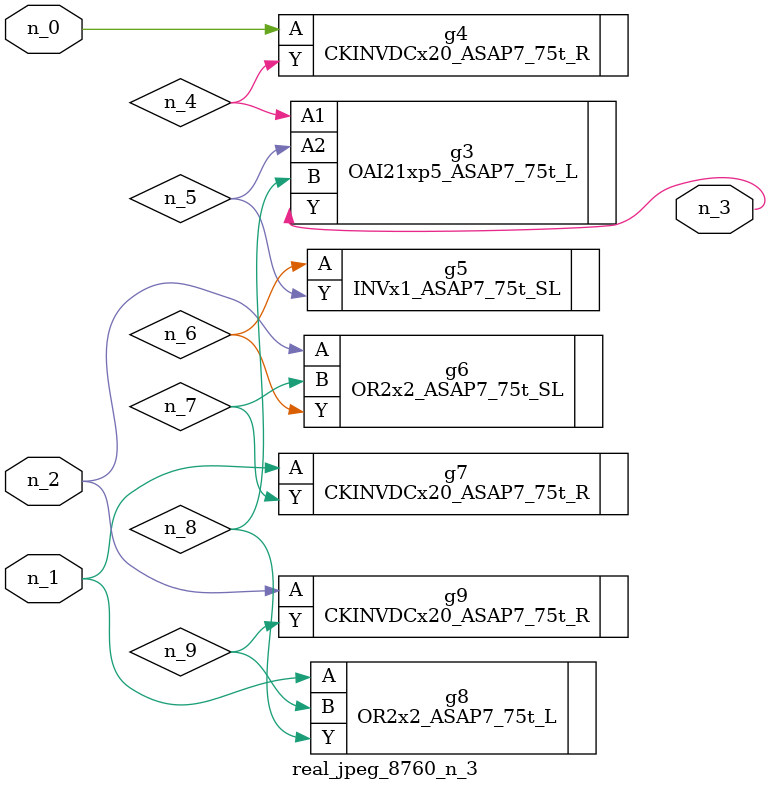
<source format=v>
module real_jpeg_8760_n_3 (n_1, n_0, n_2, n_3);

input n_1;
input n_0;
input n_2;

output n_3;

wire n_5;
wire n_4;
wire n_8;
wire n_6;
wire n_7;
wire n_9;

CKINVDCx20_ASAP7_75t_R g4 ( 
.A(n_0),
.Y(n_4)
);

CKINVDCx20_ASAP7_75t_R g7 ( 
.A(n_1),
.Y(n_7)
);

OR2x2_ASAP7_75t_L g8 ( 
.A(n_1),
.B(n_9),
.Y(n_8)
);

OR2x2_ASAP7_75t_SL g6 ( 
.A(n_2),
.B(n_7),
.Y(n_6)
);

CKINVDCx20_ASAP7_75t_R g9 ( 
.A(n_2),
.Y(n_9)
);

OAI21xp5_ASAP7_75t_L g3 ( 
.A1(n_4),
.A2(n_5),
.B(n_8),
.Y(n_3)
);

INVx1_ASAP7_75t_SL g5 ( 
.A(n_6),
.Y(n_5)
);


endmodule
</source>
